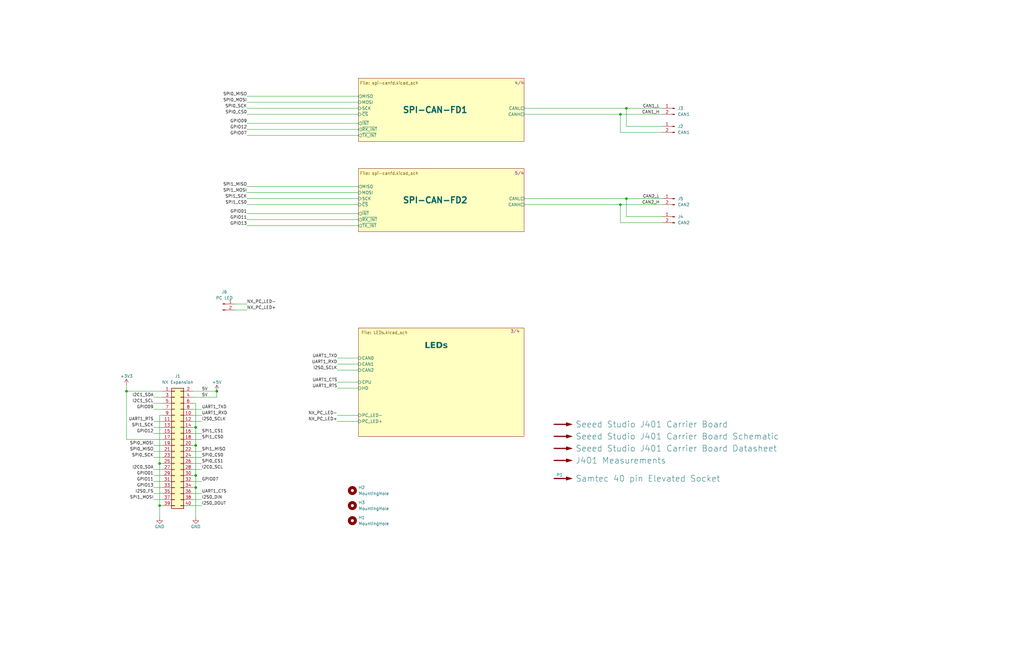
<source format=kicad_sch>
(kicad_sch (version 20231120) (generator "eeschema") (generator_version "8.0")
  (paper "B")
  (title_block (title "NX Indicator Board V2") (date "2024-07-28") (rev "2") (company "971 Spartan Robotics"))
  (lib_symbols
    (symbol "Connector:Conn_01x02_Pin" (pin_names (offset 1.016) hide)
      (property "Reference" "J" (at 0 2.54 0))
      (property "Value" "Conn_01x02_Pin" (at 0 -5.08 0))
      (symbol "Conn_01x02_Pin_1_1"
        (polyline (pts (xy 1.27 -2.54) (xy 0.8636 -2.54)) (stroke (width 0.1524)))
        (polyline (pts (xy 1.27 0) (xy 0.8636 0)) (stroke (width 0.1524)))
        (rectangle (start 0.8636 -2.413) (end 0 -2.667) (stroke (width 0.1524)) (fill (type outline)))
        (rectangle (start 0.8636 0.127) (end 0 -0.127) (stroke (width 0.1524)) (fill (type outline)))
        (pin passive line (at 5.08 0 180) (length 3.81) (name "Pin_1") (number "1"))
        (pin passive line (at 5.08 -2.54 180) (length 3.81) (name "Pin_2") (number "2"))
      )
    )
    (symbol "Connector_Generic:Conn_02x20_Odd_Even" (pin_names (offset 1.016) hide)
      (property "Reference" "J" (at 1.27 25.4 0))
      (property "Value" "Conn_02x20_Odd_Even" (at 1.27 -27.94 0))
      (symbol "Conn_02x20_Odd_Even_1_1"
        (rectangle (start -1.27 -25.273) (end 0 -25.527) (stroke (width 0.1524)))
        (rectangle (start -1.27 -22.733) (end 0 -22.987) (stroke (width 0.1524)))
        (rectangle (start -1.27 -20.193) (end 0 -20.447) (stroke (width 0.1524)))
        (rectangle (start -1.27 -17.653) (end 0 -17.907) (stroke (width 0.1524)))
        (rectangle (start -1.27 -15.113) (end 0 -15.367) (stroke (width 0.1524)))
        (rectangle (start -1.27 -12.573) (end 0 -12.827) (stroke (width 0.1524)))
        (rectangle (start -1.27 -10.033) (end 0 -10.287) (stroke (width 0.1524)))
        (rectangle (start -1.27 -7.493) (end 0 -7.747) (stroke (width 0.1524)))
        (rectangle (start -1.27 -4.953) (end 0 -5.207) (stroke (width 0.1524)))
        (rectangle (start -1.27 -2.413) (end 0 -2.667) (stroke (width 0.1524)))
        (rectangle (start -1.27 0.127) (end 0 -0.127) (stroke (width 0.1524)))
        (rectangle (start -1.27 2.667) (end 0 2.413) (stroke (width 0.1524)))
        (rectangle (start -1.27 5.207) (end 0 4.953) (stroke (width 0.1524)))
        (rectangle (start -1.27 7.747) (end 0 7.493) (stroke (width 0.1524)))
        (rectangle (start -1.27 10.287) (end 0 10.033) (stroke (width 0.1524)))
        (rectangle (start -1.27 12.827) (end 0 12.573) (stroke (width 0.1524)))
        (rectangle (start -1.27 15.367) (end 0 15.113) (stroke (width 0.1524)))
        (rectangle (start -1.27 17.907) (end 0 17.653) (stroke (width 0.1524)))
        (rectangle (start -1.27 20.447) (end 0 20.193) (stroke (width 0.1524)))
        (rectangle (start -1.27 22.987) (end 0 22.733) (stroke (width 0.1524)))
        (rectangle (start -1.27 24.13) (end 3.81 -26.67) (stroke (width 0.254)) (fill (type background)))
        (rectangle (start 3.81 -25.273) (end 2.54 -25.527) (stroke (width 0.1524)))
        (rectangle (start 3.81 -22.733) (end 2.54 -22.987) (stroke (width 0.1524)))
        (rectangle (start 3.81 -20.193) (end 2.54 -20.447) (stroke (width 0.1524)))
        (rectangle (start 3.81 -17.653) (end 2.54 -17.907) (stroke (width 0.1524)))
        (rectangle (start 3.81 -15.113) (end 2.54 -15.367) (stroke (width 0.1524)))
        (rectangle (start 3.81 -12.573) (end 2.54 -12.827) (stroke (width 0.1524)))
        (rectangle (start 3.81 -10.033) (end 2.54 -10.287) (stroke (width 0.1524)))
        (rectangle (start 3.81 -7.493) (end 2.54 -7.747) (stroke (width 0.1524)))
        (rectangle (start 3.81 -4.953) (end 2.54 -5.207) (stroke (width 0.1524)))
        (rectangle (start 3.81 -2.413) (end 2.54 -2.667) (stroke (width 0.1524)))
        (rectangle (start 3.81 0.127) (end 2.54 -0.127) (stroke (width 0.1524)))
        (rectangle (start 3.81 2.667) (end 2.54 2.413) (stroke (width 0.1524)))
        (rectangle (start 3.81 5.207) (end 2.54 4.953) (stroke (width 0.1524)))
        (rectangle (start 3.81 7.747) (end 2.54 7.493) (stroke (width 0.1524)))
        (rectangle (start 3.81 10.287) (end 2.54 10.033) (stroke (width 0.1524)))
        (rectangle (start 3.81 12.827) (end 2.54 12.573) (stroke (width 0.1524)))
        (rectangle (start 3.81 15.367) (end 2.54 15.113) (stroke (width 0.1524)))
        (rectangle (start 3.81 17.907) (end 2.54 17.653) (stroke (width 0.1524)))
        (rectangle (start 3.81 20.447) (end 2.54 20.193) (stroke (width 0.1524)))
        (rectangle (start 3.81 22.987) (end 2.54 22.733) (stroke (width 0.1524)))
        (pin passive line (at -5.08 22.86 0) (length 3.81) (name "Pin_1") (number "1"))
        (pin passive line (at 7.62 12.7 180) (length 3.81) (name "Pin_10") (number "10"))
        (pin passive line (at -5.08 10.16 0) (length 3.81) (name "Pin_11") (number "11"))
        (pin passive line (at 7.62 10.16 180) (length 3.81) (name "Pin_12") (number "12"))
        (pin passive line (at -5.08 7.62 0) (length 3.81) (name "Pin_13") (number "13"))
        (pin passive line (at 7.62 7.62 180) (length 3.81) (name "Pin_14") (number "14"))
        (pin passive line (at -5.08 5.08 0) (length 3.81) (name "Pin_15") (number "15"))
        (pin passive line (at 7.62 5.08 180) (length 3.81) (name "Pin_16") (number "16"))
        (pin passive line (at -5.08 2.54 0) (length 3.81) (name "Pin_17") (number "17"))
        (pin passive line (at 7.62 2.54 180) (length 3.81) (name "Pin_18") (number "18"))
        (pin passive line (at -5.08 0 0) (length 3.81) (name "Pin_19") (number "19"))
        (pin passive line (at 7.62 22.86 180) (length 3.81) (name "Pin_2") (number "2"))
        (pin passive line (at 7.62 0 180) (length 3.81) (name "Pin_20") (number "20"))
        (pin passive line (at -5.08 -2.54 0) (length 3.81) (name "Pin_21") (number "21"))
        (pin passive line (at 7.62 -2.54 180) (length 3.81) (name "Pin_22") (number "22"))
        (pin passive line (at -5.08 -5.08 0) (length 3.81) (name "Pin_23") (number "23"))
        (pin passive line (at 7.62 -5.08 180) (length 3.81) (name "Pin_24") (number "24"))
        (pin passive line (at -5.08 -7.62 0) (length 3.81) (name "Pin_25") (number "25"))
        (pin passive line (at 7.62 -7.62 180) (length 3.81) (name "Pin_26") (number "26"))
        (pin passive line (at -5.08 -10.16 0) (length 3.81) (name "Pin_27") (number "27"))
        (pin passive line (at 7.62 -10.16 180) (length 3.81) (name "Pin_28") (number "28"))
        (pin passive line (at -5.08 -12.7 0) (length 3.81) (name "Pin_29") (number "29"))
        (pin passive line (at -5.08 20.32 0) (length 3.81) (name "Pin_3") (number "3"))
        (pin passive line (at 7.62 -12.7 180) (length 3.81) (name "Pin_30") (number "30"))
        (pin passive line (at -5.08 -15.24 0) (length 3.81) (name "Pin_31") (number "31"))
        (pin passive line (at 7.62 -15.24 180) (length 3.81) (name "Pin_32") (number "32"))
        (pin passive line (at -5.08 -17.78 0) (length 3.81) (name "Pin_33") (number "33"))
        (pin passive line (at 7.62 -17.78 180) (length 3.81) (name "Pin_34") (number "34"))
        (pin passive line (at -5.08 -20.32 0) (length 3.81) (name "Pin_35") (number "35"))
        (pin passive line (at 7.62 -20.32 180) (length 3.81) (name "Pin_36") (number "36"))
        (pin passive line (at -5.08 -22.86 0) (length 3.81) (name "Pin_37") (number "37"))
        (pin passive line (at 7.62 -22.86 180) (length 3.81) (name "Pin_38") (number "38"))
        (pin passive line (at -5.08 -25.4 0) (length 3.81) (name "Pin_39") (number "39"))
        (pin passive line (at 7.62 20.32 180) (length 3.81) (name "Pin_4") (number "4"))
        (pin passive line (at 7.62 -25.4 180) (length 3.81) (name "Pin_40") (number "40"))
        (pin passive line (at -5.08 17.78 0) (length 3.81) (name "Pin_5") (number "5"))
        (pin passive line (at 7.62 17.78 180) (length 3.81) (name "Pin_6") (number "6"))
        (pin passive line (at -5.08 15.24 0) (length 3.81) (name "Pin_7") (number "7"))
        (pin passive line (at 7.62 15.24 180) (length 3.81) (name "Pin_8") (number "8"))
        (pin passive line (at -5.08 12.7 0) (length 3.81) (name "Pin_9") (number "9"))
      )
    )
    (symbol "Graphic:SYM_Arrow_Large" (in_bom no) (on_board no)
      (symbol "SYM_Arrow_Large_0_1"
        (polyline (pts (xy 2.54 0) (xy -3.81 0)) (stroke (width 0.508)))
        (polyline (pts (xy 3.81 0) (xy 1.27 -0.762) (xy 1.27 0.762) (xy 3.81 0)) (fill (type outline)))
      )
    )
    (symbol "Mechanical:MountingHole" (pin_names (offset 1.016))
      (property "Reference" "H" (at 0 5.08 0))
      (property "Value" "MountingHole" (at 0 3.175 0))
      (symbol "MountingHole_0_1"
        (circle (center 0 0) (radius 1.27) (stroke (width 1.27)))
      )
    )
    (symbol "power:+3V3" (power) (pin_names (offset 0))
      (property "Value" "+3V3" (at 0 3.556 0))
      (symbol "+3V3_0_1"
        (polyline (pts (xy -0.762 1.27) (xy 0 2.54)))
        (polyline (pts (xy 0 0) (xy 0 2.54)))
        (polyline (pts (xy 0 2.54) (xy 0.762 1.27)))
      )
      (symbol "+3V3_1_1"
        (pin power_in line (at 0 0 90) (length 0) hide (name "+3V3") (number "1"))
      )
    )
    (symbol "power:+5V" (power) (pin_numbers hide) (pin_names (offset 0) hide)
      (property "Value" "+5V" (at 0 3.556 0))
      (symbol "+5V_0_1"
        (polyline (pts (xy -0.762 1.27) (xy 0 2.54)))
        (polyline (pts (xy 0 0) (xy 0 2.54)))
        (polyline (pts (xy 0 2.54) (xy 0.762 1.27)))
      )
      (symbol "+5V_1_1"
        (pin power_in line (at 0 0 90) (length 0) (name "~") (number "1"))
      )
    )
    (symbol "power:GND" (power) (pin_names (offset 0))
      (property "Value" "GND" (at 0 -3.81 0))
      (symbol "GND_0_1"
        (polyline (pts (xy 0 0) (xy 0 -1.27) (xy 1.27 -1.27) (xy 0 -2.54) (xy -1.27 -1.27) (xy 0 -1.27)))
      )
      (symbol "GND_1_1"
        (pin power_in line (at 0 0 270) (length 0) hide (name "GND") (number "1"))
      )
    )
  )
  (junction (at 91.44 165.1))
  (junction (at 67.31 195.58))
  (junction (at 264.16 83.82))
  (junction (at 53.34 165.1))
  (junction (at 67.31 213.36))
  (junction (at 261.62 48.26))
  (junction (at 82.55 180.34))
  (junction (at 82.55 187.96))
  (junction (at 82.55 200.66))
  (junction (at 261.62 86.36))
  (junction (at 264.16 45.72))
  (junction (at 82.55 205.74))
  (wire (pts (xy 104.14 43.18) (xy 151.13 43.18)))
  (wire (pts (xy 64.77 177.8) (xy 68.58 177.8)))
  (wire (pts (xy 67.31 213.36) (xy 68.58 213.36)))
  (wire (pts (xy 82.55 205.74) (xy 82.55 218.44)))
  (wire (pts (xy 82.55 200.66) (xy 82.55 205.74)))
  (wire (pts (xy 104.14 57.15) (xy 151.13 57.15)))
  (wire (pts (xy 81.28 195.58) (xy 85.09 195.58)))
  (wire (pts (xy 279.4 91.44) (xy 264.16 91.44)))
  (wire (pts (xy 67.31 195.58) (xy 68.58 195.58)))
  (wire (pts (xy 261.62 86.36) (xy 279.4 86.36)))
  (wire (pts (xy 81.28 185.42) (xy 85.09 185.42)))
  (wire (pts (xy 264.16 83.82) (xy 279.4 83.82)))
  (wire (pts (xy 81.28 175.26) (xy 85.09 175.26)))
  (wire (pts (xy 264.16 45.72) (xy 279.4 45.72)))
  (wire (pts (xy 142.24 175.26) (xy 151.13 175.26)))
  (wire (pts (xy 99.06 130.81) (xy 104.14 130.81)))
  (wire (pts (xy 104.14 90.17) (xy 151.13 90.17)))
  (wire (pts (xy 81.28 210.82) (xy 85.09 210.82)))
  (wire (pts (xy 68.58 175.26) (xy 67.31 175.26)))
  (wire (pts (xy 82.55 180.34) (xy 82.55 187.96)))
  (wire (pts (xy 81.28 198.12) (xy 85.09 198.12)))
  (wire (pts (xy 264.16 53.34) (xy 264.16 45.72)))
  (wire (pts (xy 142.24 163.83) (xy 151.13 163.83)))
  (wire (pts (xy 104.14 78.74) (xy 151.13 78.74)))
  (wire (pts (xy 220.98 83.82) (xy 264.16 83.82)))
  (wire (pts (xy 81.28 187.96) (xy 82.55 187.96)))
  (wire (pts (xy 91.44 167.64) (xy 91.44 165.1)))
  (wire (pts (xy 142.24 161.29) (xy 151.13 161.29)))
  (wire (pts (xy 82.55 170.18) (xy 82.55 180.34)))
  (wire (pts (xy 104.14 52.07) (xy 151.13 52.07)))
  (wire (pts (xy 104.14 45.72) (xy 151.13 45.72)))
  (wire (pts (xy 142.24 177.8) (xy 151.13 177.8)))
  (wire (pts (xy 64.77 180.34) (xy 68.58 180.34)))
  (wire (pts (xy 220.98 86.36) (xy 261.62 86.36)))
  (wire (pts (xy 67.31 175.26) (xy 67.31 195.58)))
  (wire (pts (xy 220.98 45.72) (xy 264.16 45.72)))
  (wire (pts (xy 81.28 165.1) (xy 91.44 165.1)))
  (wire (pts (xy 104.14 48.26) (xy 151.13 48.26)))
  (wire (pts (xy 261.62 93.98) (xy 261.62 86.36)))
  (wire (pts (xy 64.77 200.66) (xy 68.58 200.66)))
  (wire (pts (xy 64.77 182.88) (xy 68.58 182.88)))
  (wire (pts (xy 64.77 203.2) (xy 68.58 203.2)))
  (wire (pts (xy 81.28 208.28) (xy 85.09 208.28)))
  (wire (pts (xy 53.34 165.1) (xy 68.58 165.1)))
  (wire (pts (xy 53.34 165.1) (xy 53.34 185.42)))
  (wire (pts (xy 64.77 172.72) (xy 68.58 172.72)))
  (wire (pts (xy 64.77 187.96) (xy 68.58 187.96)))
  (wire (pts (xy 82.55 187.96) (xy 82.55 200.66)))
  (wire (pts (xy 81.28 172.72) (xy 85.09 172.72)))
  (wire (pts (xy 104.14 95.25) (xy 151.13 95.25)))
  (wire (pts (xy 104.14 81.28) (xy 151.13 81.28)))
  (wire (pts (xy 64.77 198.12) (xy 68.58 198.12)))
  (wire (pts (xy 104.14 86.36) (xy 151.13 86.36)))
  (wire (pts (xy 104.14 83.82) (xy 151.13 83.82)))
  (wire (pts (xy 53.34 162.56) (xy 53.34 165.1)))
  (wire (pts (xy 64.77 167.64) (xy 68.58 167.64)))
  (wire (pts (xy 264.16 91.44) (xy 264.16 83.82)))
  (wire (pts (xy 81.28 213.36) (xy 85.09 213.36)))
  (wire (pts (xy 67.31 213.36) (xy 67.31 218.44)))
  (wire (pts (xy 81.28 177.8) (xy 85.09 177.8)))
  (wire (pts (xy 81.28 205.74) (xy 82.55 205.74)))
  (wire (pts (xy 220.98 48.26) (xy 261.62 48.26)))
  (wire (pts (xy 104.14 92.71) (xy 151.13 92.71)))
  (wire (pts (xy 142.24 153.67) (xy 151.13 153.67)))
  (wire (pts (xy 64.77 210.82) (xy 68.58 210.82)))
  (wire (pts (xy 53.34 185.42) (xy 68.58 185.42)))
  (wire (pts (xy 81.28 167.64) (xy 91.44 167.64)))
  (wire (pts (xy 64.77 193.04) (xy 68.58 193.04)))
  (wire (pts (xy 81.28 200.66) (xy 82.55 200.66)))
  (wire (pts (xy 279.4 93.98) (xy 261.62 93.98)))
  (wire (pts (xy 64.77 170.18) (xy 68.58 170.18)))
  (wire (pts (xy 142.24 156.21) (xy 151.13 156.21)))
  (wire (pts (xy 261.62 55.88) (xy 261.62 48.26)))
  (wire (pts (xy 81.28 170.18) (xy 82.55 170.18)))
  (wire (pts (xy 279.4 53.34) (xy 264.16 53.34)))
  (wire (pts (xy 104.14 40.64) (xy 151.13 40.64)))
  (wire (pts (xy 104.14 54.61) (xy 151.13 54.61)))
  (wire (pts (xy 64.77 205.74) (xy 68.58 205.74)))
  (wire (pts (xy 81.28 180.34) (xy 82.55 180.34)))
  (wire (pts (xy 81.28 193.04) (xy 85.09 193.04)))
  (wire (pts (xy 64.77 190.5) (xy 68.58 190.5)))
  (wire (pts (xy 67.31 195.58) (xy 67.31 213.36)))
  (wire (pts (xy 81.28 182.88) (xy 85.09 182.88)))
  (wire (pts (xy 261.62 48.26) (xy 279.4 48.26)))
  (wire (pts (xy 64.77 208.28) (xy 68.58 208.28)))
  (wire (pts (xy 81.28 190.5) (xy 85.09 190.5)))
  (wire (pts (xy 99.06 128.27) (xy 104.14 128.27)))
  (wire (pts (xy 142.24 151.13) (xy 151.13 151.13)))
  (wire (pts (xy 279.4 55.88) (xy 261.62 55.88)))
  (wire (pts (xy 81.28 203.2) (xy 85.09 203.2)))
  (label "I2C1_SCL" (at 64.77 170.18 180))
  (label "UART1_CTS" (at 85.09 208.28 0))
  (label "SPI1_MOSI" (at 104.14 81.28 180))
  (label "SPI1_SCK" (at 64.77 180.34 180))
  (label "GPIO09" (at 104.14 52.07 180))
  (label "UART1_CTS" (at 142.24 161.29 180))
  (label "GPIO11" (at 64.77 203.2 180))
  (label "I2S0_SCLK" (at 142.24 156.21 180))
  (label "UART1_TXD" (at 142.24 151.13 180))
  (label "5V" (at 85.09 167.64 0))
  (label "I2C0_SCL" (at 85.09 198.12 0))
  (label "CAN1_L" (at 278.13 45.72 180))
  (label "SPI1_SCK" (at 104.14 83.82 180))
  (label "SPI0_SCK" (at 104.14 45.72 180))
  (label "GPIO09" (at 64.77 172.72 180))
  (label "UART1_RTS" (at 142.24 163.83 180))
  (label "SPI1_CS0" (at 104.14 86.36 180))
  (label "SPI0_CS0" (at 85.09 193.04 0))
  (label "SPI1_MOSI" (at 64.77 210.82 180))
  (label "I2C0_SDA" (at 64.77 198.12 180))
  (label "SPI0_CS1" (at 85.09 195.58 0))
  (label "CAN1_H" (at 278.13 48.26 180))
  (label "GPIO12" (at 104.14 54.61 180))
  (label "CAN2_H" (at 278.13 86.36 180))
  (label "SPI0_MISO" (at 104.14 40.64 180))
  (label "SPI0_SCK" (at 64.77 193.04 180))
  (label "GPIO12" (at 64.77 182.88 180))
  (label "NX_PC_LED+" (at 142.24 177.8 180))
  (label "SPI0_MOSI" (at 64.77 187.96 180))
  (label "SPI1_CS1" (at 85.09 182.88 0))
  (label "SPI1_MISO" (at 85.09 190.5 0))
  (label "GPIO07" (at 85.09 203.2 0))
  (label "5V" (at 85.09 165.1 0))
  (label "I2S0_DIN" (at 85.09 210.82 0))
  (label "CAN2_L" (at 278.13 83.82 180))
  (label "SPI1_MISO" (at 104.14 78.74 180))
  (label "SPI0_MISO" (at 64.77 190.5 180))
  (label "UART1_TXD" (at 85.09 172.72 0))
  (label "I2S0_FS" (at 64.77 208.28 180))
  (label "UART1_RXD" (at 142.24 153.67 180))
  (label "GPIO13" (at 104.14 95.25 180))
  (label "I2S0_DOUT" (at 85.09 213.36 0))
  (label "NX_PC_LED-" (at 104.14 128.27 0))
  (label "NX_PC_LED-" (at 142.24 175.26 180))
  (label "GPIO13" (at 64.77 205.74 180))
  (label "SPI0_CS0" (at 104.14 48.26 180))
  (label "I2C1_SDA" (at 64.77 167.64 180))
  (label "GPIO01" (at 104.14 90.17 180))
  (label "I2S0_SCLK" (at 85.09 177.8 0))
  (label "GPIO07" (at 104.14 57.15 180))
  (label "GPIO11" (at 104.14 92.71 180))
  (label "SPI0_MOSI" (at 104.14 43.18 180))
  (label "UART1_RXD" (at 85.09 175.26 0))
  (label "SPI1_CS0" (at 85.09 185.42 0))
  (label "UART1_RTS" (at 64.77 177.8 180))
  (label "GPIO01" (at 64.77 200.66 180))
  (label "NX_PC_LED+" (at 104.14 130.81 0))
  (symbol (lib_id "Connector:Conn_01x02_Pin") (at 284.48 91.44 0) (mirror y) (unit 1)
    (property "Reference" "J4" (at 285.75 91.4399 0) (effects (justify right)))
    (property "Value" "CAN2" (at 285.75 93.9799 0) (effects (justify right)))
    (property "Footprint" "NX-IndicatorBoard:70555-0001" (effects (hide yes)))
    (property "Datasheet" "Components/Molex-70555-0001.pdf" (effects (hide yes)))
    (property "MFG" "Molex" (effects (hide yes)))
    (property "MFG P/N" "70555-0036" (effects (hide yes)))
    (property "DIST" "Digikey" (effects (hide yes)))
    (property "DIST P/N" "WM4175-ND" (effects (hide yes)))
  )
  (symbol (lib_id "Connector:Conn_01x02_Pin") (at 93.98 128.27 0) (unit 1)
    (property "Reference" "J6" (at 94.615 123.19 0))
    (property "Value" "PC LED" (at 94.615 125.73 0))
    (property "Footprint" "NX-IndicatorBoard:70543-0001" (effects (hide yes)))
    (property "Datasheet" "Components/Molex-70543-0001.pdf" (effects (hide yes)))
    (property "Description" "Connector Header Through Hole 2 position 0.100\" (2.54mm)" (effects (hide yes)))
    (property "MFG" "Molex" (effects (hide yes)))
    (property "MFG P/N" "0705430036" (effects (hide yes)))
    (property "DIST" "Digikey" (effects (hide yes)))
    (property "DIST P/N" "WM4824-ND" (effects (hide yes)))
  )
  (symbol (lib_id "power:+5V") (at 91.44 165.1 0) (unit 1)
    (property "Reference" "#PWR05" (effects (hide yes)))
    (property "Value" "+5V" (at 91.44 161.29 0))
    (property "Description" "Power symbol creates a global label with name \"+5V\"" (effects (hide yes)))
  )
  (symbol (lib_id "power:+3V3") (at 53.34 162.56 0) (unit 1)
    (property "Reference" "#PWR01" (effects (hide yes)))
    (property "Value" "+3V3" (at 53.34 158.75 0))
  )
  (symbol (lib_id "Connector:Conn_01x02_Pin") (at 284.48 53.34 0) (mirror y) (unit 1)
    (property "Reference" "J2" (at 285.75 53.3399 0) (effects (justify right)))
    (property "Value" "CAN1" (at 285.75 55.8799 0) (effects (justify right)))
    (property "Footprint" "NX-IndicatorBoard:70555-0001" (effects (hide yes)))
    (property "Datasheet" "Components/Molex-70555-0001.pdf" (effects (hide yes)))
    (property "MFG" "Molex" (effects (hide yes)))
    (property "MFG P/N" "70555-0036" (effects (hide yes)))
    (property "DIST" "Digikey" (effects (hide yes)))
    (property "DIST P/N" "WM4175-ND" (effects (hide yes)))
  )
  (symbol (lib_id "Graphic:SYM_Arrow_Large") (at 237.49 184.15 0) (unit 1) (in_bom no) (on_board no)
    (property "Reference" "#SYM2" (effects (hide yes)))
    (property "Value" "Seeed Studio J401 Carrier Board Schematic" (at 242.57 184.15 0) (effects (font (size 2.54 2.54)) (justify left)))
    (property "Datasheet" "Components/SeeedStudio-J401_SCH_V1.0.pdf" (effects (hide yes)))
  )
  (symbol (lib_id "Connector:Conn_01x02_Pin") (at 284.48 45.72 0) (mirror y) (unit 1)
    (property "Reference" "J3" (at 285.75 45.7199 0) (effects (justify right)))
    (property "Value" "CAN1" (at 285.75 48.2599 0) (effects (justify right)))
    (property "Footprint" "NX-IndicatorBoard:70555-0001" (effects (hide yes)))
    (property "Datasheet" "Components/Molex-70555-0001.pdf" (effects (hide yes)))
    (property "MFG" "Molex" (effects (hide yes)))
    (property "MFG P/N" "0705550036" (effects (hide yes)))
    (property "DIST" "Digikey" (effects (hide yes)))
    (property "DIST P/N" "WM4175-ND" (effects (hide yes)))
  )
  (symbol (lib_id "power:GND") (at 82.55 218.44 0) (unit 1)
    (property "Reference" "#PWR04" (effects (hide yes)))
    (property "Value" "GND" (at 82.55 222.25 0))
  )
  (symbol (lib_id "Graphic:SYM_Arrow_Large") (at 237.49 189.23 0) (unit 1) (in_bom no) (on_board no)
    (property "Reference" "#SYM3" (effects (hide yes)))
    (property "Value" "Seeed Studio J401 Carrier Board Datasheet" (at 242.57 189.23 0) (effects (font (size 2.54 2.54)) (justify left)))
    (property "Datasheet" "https://files.seeedstudio.com/wiki/reComputer-J4012/reComputer-J401-datasheet.pdf" (effects (hide yes)))
  )
  (symbol (lib_id "Connector:Conn_01x02_Pin") (at 284.48 83.82 0) (mirror y) (unit 1)
    (property "Reference" "J5" (at 285.75 83.8199 0) (effects (justify right)))
    (property "Value" "CAN2" (at 285.75 86.3599 0) (effects (justify right)))
    (property "Footprint" "NX-IndicatorBoard:70555-0001" (effects (hide yes)))
    (property "Datasheet" "Components/Molex-70555-0001.pdf" (effects (hide yes)))
    (property "MFG" "Molex" (effects (hide yes)))
    (property "MFG P/N" "0705550036" (effects (hide yes)))
    (property "DIST" "Digikey" (effects (hide yes)))
    (property "DIST P/N" "WM4175-ND" (effects (hide yes)))
  )
  (symbol (lib_id "Graphic:SYM_Arrow_Large") (at 237.49 179.07 0) (unit 1) (in_bom no) (on_board no)
    (property "Reference" "#SYM1" (effects (hide yes)))
    (property "Value" "Seeed Studio J401 Carrier Board" (at 242.57 179.07 0) (effects (font (size 2.54 2.54)) (justify left)))
    (property "Datasheet" "https://www.seeedstudio.com/reComputer-J401-Carrier-Board-for-Jetson-Orin-NX-Orin-Nano-p-5636.html" (effects (hide yes)))
  )
  (symbol (lib_id "Graphic:SYM_Arrow_Large") (at 237.49 201.93 0) (unit 1) (on_board no)
    (property "Reference" "P1" (at 235.966 200.406 0))
    (property "Value" "Samtec 40 pin Elevated Socket" (at 242.57 201.93 0) (effects (font (size 2.54 2.54)) (justify left)))
    (property "Datasheet" "Components/Samtec-ESQ--120-34-G-D.pdf" (effects (hide yes)))
    (property "MFG" "Samtec" (effects (hide yes)))
    (property "MFG P/N" "ESQ-120-34-G-D" (effects (hide yes)))
    (property "DIST" "Digikey" (effects (hide yes)))
    (property "DIST P/N" "SAM9319-ND" (effects (hide yes)))
  )
  (symbol (lib_id "Mechanical:MountingHole") (at 148.59 213.36 0) (unit 1) (in_bom no)
    (property "Reference" "H3" (at 151.13 212.09 0) (effects (justify left)))
    (property "Value" "MountingHole" (at 151.13 214.63 0) (effects (justify left)))
    (property "Footprint" "MountingHole:MountingHole_2.7mm_M2.5_Pad" (effects (hide yes)))
  )
  (symbol (lib_id "Graphic:SYM_Arrow_Large") (at 237.49 194.31 0) (unit 1) (in_bom no) (on_board no)
    (property "Reference" "#SYM4" (effects (hide yes)))
    (property "Value" "J401 Measurements" (at 242.57 194.31 0) (effects (font (size 2.54 2.54)) (justify left)))
    (property "Datasheet" "Components/J401 Measurements__Assembly.pdf" (effects (hide yes)))
  )
  (symbol (lib_id "power:GND") (at 67.31 218.44 0) (unit 1)
    (property "Reference" "#PWR02" (effects (hide yes)))
    (property "Value" "GND" (at 67.31 222.25 0))
  )
  (symbol (lib_id "Connector_Generic:Conn_02x20_Odd_Even") (at 73.66 187.96 0) (unit 1)
    (property "Reference" "J1" (at 74.93 158.75 0))
    (property "Value" "NX Expansion" (at 74.93 161.29 0))
    (property "Footprint" "NX-IndicatorBoard:M20-782045" (effects (hide yes)))
    (property "Datasheet" "Components/Harwin-M20-781.pdf" (effects (hide yes)))
    (property "MFG" "Harwin" (effects (hide yes)))
    (property "MFG P/N" "M20-7812045" (effects (hide yes)))
    (property "DIST" "Digikey" (effects (hide yes)))
    (property "DIST P/N" "952-3218-ND" (effects (hide yes)))
  )
  (symbol (lib_id "Mechanical:MountingHole") (at 148.59 219.71 0) (unit 1) (in_bom no)
    (property "Reference" "H1" (at 151.13 218.44 0) (effects (justify left)))
    (property "Value" "MountingHole" (at 151.13 220.98 0) (effects (justify left)))
    (property "Footprint" "MountingHole:MountingHole_2.7mm_M2.5_Pad" (effects (hide yes)))
  )
  (symbol (lib_id "Mechanical:MountingHole") (at 148.59 207.01 0) (unit 1) (in_bom no)
    (property "Reference" "H2" (at 151.13 205.74 0) (effects (justify left)))
    (property "Value" "MountingHole" (at 151.13 208.28 0) (effects (justify left)))
    (property "Footprint" "MountingHole:MountingHole_2.7mm_M2.5_Pad" (effects (hide yes)))
  )
  (sheet (at 151.13 138.43) (size 69.85 45.72) (stroke (width 0.1524)) (fill (color 255 255 194 1.0000))
    (property "Sheetname" "LEDs" (at 179.07 147.32 0) (effects (font (size 2.54 2.54) (bold yes)) (justify left bottom)))
    (property "Sheetfile" "LEDs.kicad_sch" (at 152.4 140.335 0) (effects (justify left)))
    (property "Page" "${#}/${##}" (at 217.17 139.7 0))
    (pin "PC_LED-" input (at 151.13 175.26 180))
    (pin "CPU" input (at 151.13 161.29 180))
    (pin "HD" input (at 151.13 163.83 180))
    (pin "CAN2" input (at 151.13 156.21 180))
    (pin "CAN0" input (at 151.13 151.13 180))
    (pin "CAN1" input (at 151.13 153.67 180))
    (pin "PC_LED+" input (at 151.13 177.8 180))
  )
  (sheet (at 151.13 71.12) (size 69.85 26.67) (stroke (width 0.1524)) (fill (color 255 255 194 1.0000))
    (property "Sheetname" "SPI-CAN-FD2" (at 183.515 84.455 0) (effects (font (size 2.54 2.54) (bold yes))))
    (property "Sheetfile" "spi-canfd.kicad_sch" (at 151.765 72.39 0) (effects (justify left top)))
    (property "Page" "${#}/${##}" (at 220.98 73.025 0) (effects (justify right)))
    (pin "MOSI" input (at 151.13 81.28 180))
    (pin "MISO" output (at 151.13 78.74 180))
    (pin "SCK" input (at 151.13 83.82 180))
    (pin "~{CS}" input (at 151.13 86.36 180))
    (pin "~{INT}" output (at 151.13 90.17 180))
    (pin "~{RX_INT}" output (at 151.13 92.71 180))
    (pin "~{TX_INT}" output (at 151.13 95.25 180))
    (pin "CANH" passive (at 220.98 86.36 0))
    (pin "CANL" passive (at 220.98 83.82 0))
  )
  (sheet (at 151.13 33.02) (size 69.85 26.67) (stroke (width 0.1524)) (fill (color 255 255 194 1.0000))
    (property "Sheetname" "SPI-CAN-FD1" (at 183.515 46.355 0) (effects (font (size 2.54 2.54) (bold yes))))
    (property "Sheetfile" "spi-canfd.kicad_sch" (at 151.765 34.29 0) (effects (justify left top)))
    (property "Page" "${#}/${##}" (at 220.98 34.925 0) (effects (justify right)))
    (pin "MOSI" input (at 151.13 43.18 180))
    (pin "MISO" output (at 151.13 40.64 180))
    (pin "SCK" input (at 151.13 45.72 180))
    (pin "~{CS}" input (at 151.13 48.26 180))
    (pin "~{INT}" output (at 151.13 52.07 180))
    (pin "~{RX_INT}" output (at 151.13 54.61 180))
    (pin "~{TX_INT}" output (at 151.13 57.15 180))
    (pin "CANH" passive (at 220.98 48.26 0))
    (pin "CANL" passive (at 220.98 45.72 0))
  )
)
</source>
